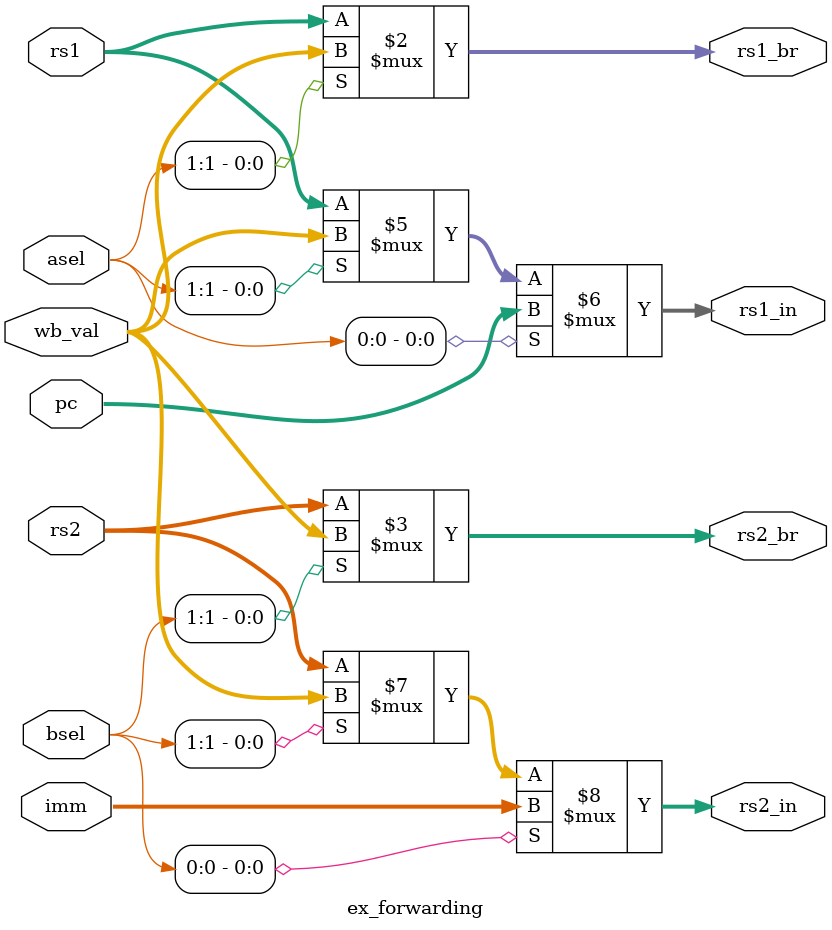
<source format=v>
module ex_forwarding (
    input [31:0] rs1,
    input [31:0] rs2,
    input [31:0] wb_val,
    input [31:0] pc,
    input [31:0] imm,
    input [1:0] asel,
    input [1:0] bsel,
    output reg [31:0] rs1_in,
    output reg [31:0] rs2_in,
    output reg [31:0] rs1_br,
    output reg [31:0] rs2_br
);
    always @(*) begin
        rs1_br = asel[1] ? wb_val : rs1; // if asel first bit is high, forward wb_val, else keep rs1
        rs2_br = bsel[1] ? wb_val : rs2; // if bsel first bit is high, forward wb_val, else keep rs2
    end

    always @(*) begin
        rs1_in = asel[0] ? pc : (asel[1] ? wb_val : rs1); // if asel second bit is high, forward pc, else keep rs1_br
        rs2_in = bsel[0] ? imm : (bsel[1] ? wb_val : rs2); // if bsel second bit is high, forward imm, else keep rs2_br
    end
endmodule
</source>
